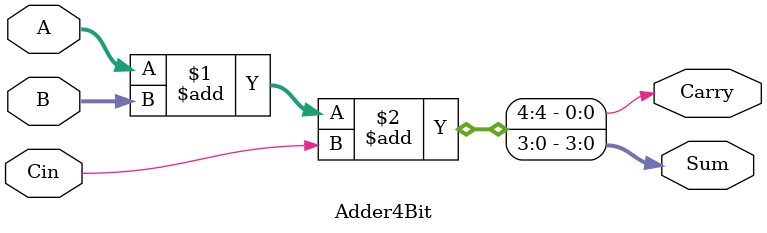
<source format=v>

`timescale 1ns / 1ps

module Adder4Bit(
	input [3:0] A,B,
	input Cin,
	output [3:0] Sum,
	output Carry
    );
	 
	 assign {Carry,Sum} = A + B + Cin;


endmodule

</source>
